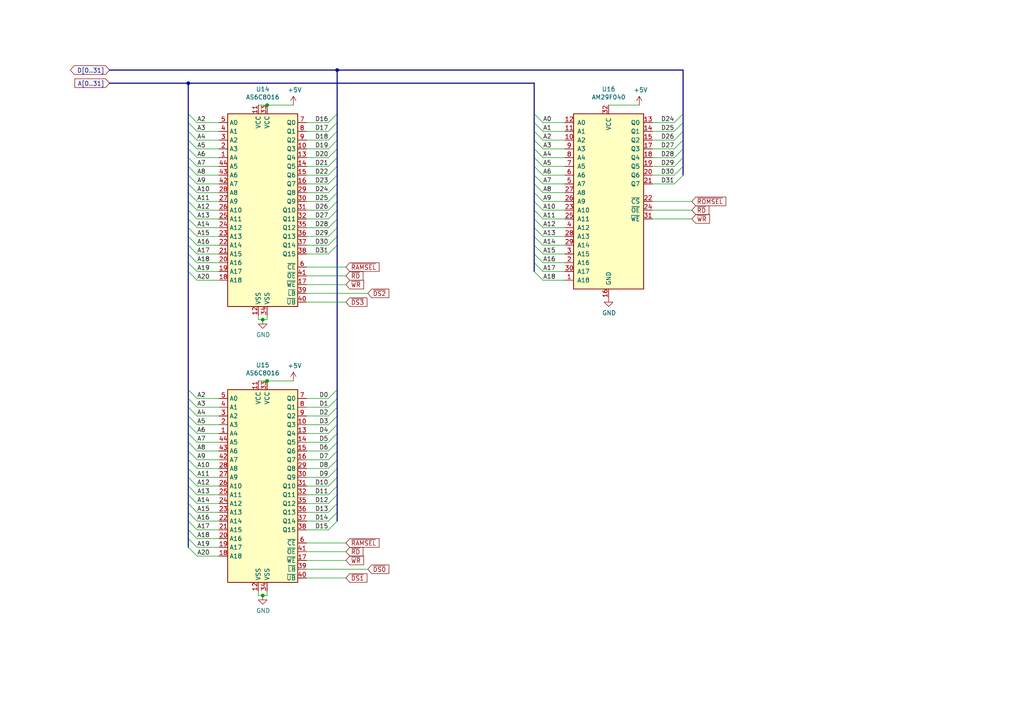
<source format=kicad_sch>
(kicad_sch (version 20231120) (generator "eeschema") (generator_version "8.0")
  (paper "A4")
  (title_block (title "k30 SBC") (rev "2"))
  (lib_symbols
    (symbol "Computie_Memory:AM29F040" (pin_names (offset 1.016))
      (property "Reference" "U" (at 0 0 0))
      (property "Value" "AM29F040" (at 0 2.54 0))
      (symbol "AM29F040_1_1"
        (rectangle (start -10.16 22.86) (end 10.16 -27.94) (stroke (width 0.254)) (fill (type background)))
        (pin input line (at -12.7 -25.4 0) (length 2.54) (name "A18") (number "1"))
        (pin input line (at -12.7 15.24 0) (length 2.54) (name "A2") (number "10"))
        (pin input line (at -12.7 17.78 0) (length 2.54) (name "A1") (number "11"))
        (pin input line (at -12.7 20.32 0) (length 2.54) (name "A0") (number "12"))
        (pin tri_state line (at 12.7 20.32 180) (length 2.54) (name "Q0") (number "13"))
        (pin tri_state line (at 12.7 17.78 180) (length 2.54) (name "Q1") (number "14"))
        (pin tri_state line (at 12.7 15.24 180) (length 2.54) (name "Q2") (number "15"))
        (pin power_in line (at 0 -30.48 90) (length 2.54) (name "GND") (number "16"))
        (pin tri_state line (at 12.7 12.7 180) (length 2.54) (name "Q3") (number "17"))
        (pin tri_state line (at 12.7 10.16 180) (length 2.54) (name "Q4") (number "18"))
        (pin tri_state line (at 12.7 7.62 180) (length 2.54) (name "Q5") (number "19"))
        (pin input line (at -12.7 -20.32 0) (length 2.54) (name "A16") (number "2"))
        (pin tri_state line (at 12.7 5.08 180) (length 2.54) (name "Q6") (number "20"))
        (pin tri_state line (at 12.7 2.54 180) (length 2.54) (name "Q7") (number "21"))
        (pin input line (at 12.7 -2.54 180) (length 2.54) (name "~{CS}") (number "22"))
        (pin input line (at -12.7 -5.08 0) (length 2.54) (name "A10") (number "23"))
        (pin input line (at 12.7 -5.08 180) (length 2.54) (name "~{OE}") (number "24"))
        (pin input line (at -12.7 -7.62 0) (length 2.54) (name "A11") (number "25"))
        (pin input line (at -12.7 -2.54 0) (length 2.54) (name "A9") (number "26"))
        (pin input line (at -12.7 0 0) (length 2.54) (name "A8") (number "27"))
        (pin input line (at -12.7 -12.7 0) (length 2.54) (name "A13") (number "28"))
        (pin input line (at -12.7 -15.24 0) (length 2.54) (name "A14") (number "29"))
        (pin input line (at -12.7 -17.78 0) (length 2.54) (name "A15") (number "3"))
        (pin input line (at -12.7 -22.86 0) (length 2.54) (name "A17") (number "30"))
        (pin input line (at 12.7 -7.62 180) (length 2.54) (name "~{WE}") (number "31"))
        (pin power_in line (at 0 25.4 270) (length 2.54) (name "VCC") (number "32"))
        (pin input line (at -12.7 -10.16 0) (length 2.54) (name "A12") (number "4"))
        (pin input line (at -12.7 2.54 0) (length 2.54) (name "A7") (number "5"))
        (pin input line (at -12.7 5.08 0) (length 2.54) (name "A6") (number "6"))
        (pin input line (at -12.7 7.62 0) (length 2.54) (name "A5") (number "7"))
        (pin input line (at -12.7 10.16 0) (length 2.54) (name "A4") (number "8"))
        (pin input line (at -12.7 12.7 0) (length 2.54) (name "A3") (number "9"))
      )
    )
    (symbol "Computie_Memory:AS6C8016"
      (property "Reference" "U" (at 0 -1.27 0))
      (property "Value" "AS6C8016" (at 0 1.27 0))
      (symbol "AS6C8016_0_0"
        (pin power_in line (at -1.27 27.94 270) (length 2.54) (name "VCC") (number "11"))
        (pin power_in line (at -1.27 -33.02 90) (length 2.54) (name "VSS") (number "12"))
        (pin power_in line (at 1.27 27.94 270) (length 2.54) (name "VCC") (number "33"))
        (pin power_in line (at 1.27 -33.02 90) (length 2.54) (name "VSS") (number "34"))
      )
      (symbol "AS6C8016_0_1"
        (rectangle (start -10.16 25.4) (end 10.16 -30.48) (stroke (width 0.254)) (fill (type background)))
      )
      (symbol "AS6C8016_1_1"
        (pin input line (at -12.7 12.7 0) (length 2.54) (name "A4") (number "1"))
        (pin tri_state line (at 12.7 15.24 180) (length 2.54) (name "Q3") (number "10"))
        (pin tri_state line (at 12.7 12.7 180) (length 2.54) (name "Q4") (number "13"))
        (pin tri_state line (at 12.7 10.16 180) (length 2.54) (name "Q5") (number "14"))
        (pin tri_state line (at 12.7 7.62 180) (length 2.54) (name "Q6") (number "15"))
        (pin tri_state line (at 12.7 5.08 180) (length 2.54) (name "Q7") (number "16"))
        (pin input line (at 12.7 -24.13 180) (length 2.54) (name "~{WE}") (number "17"))
        (pin input line (at -12.7 -22.86 0) (length 2.54) (name "A18") (number "18"))
        (pin input line (at -12.7 -20.32 0) (length 2.54) (name "A17") (number "19"))
        (pin input line (at -12.7 15.24 0) (length 2.54) (name "A3") (number "2"))
        (pin input line (at -12.7 -17.78 0) (length 2.54) (name "A16") (number "20"))
        (pin input line (at -12.7 -15.24 0) (length 2.54) (name "A15") (number "21"))
        (pin input line (at -12.7 -12.7 0) (length 2.54) (name "A14") (number "22"))
        (pin input line (at -12.7 -10.16 0) (length 2.54) (name "A13") (number "23"))
        (pin input line (at -12.7 -7.62 0) (length 2.54) (name "A12") (number "24"))
        (pin input line (at -12.7 -5.08 0) (length 2.54) (name "A11") (number "25"))
        (pin input line (at -12.7 -2.54 0) (length 2.54) (name "A10") (number "26"))
        (pin input line (at -12.7 0 0) (length 2.54) (name "A9") (number "27"))
        (pin input line (at -12.7 2.54 0) (length 2.54) (name "A8") (number "28"))
        (pin tri_state line (at 12.7 2.54 180) (length 2.54) (name "Q8") (number "29"))
        (pin input line (at -12.7 17.78 0) (length 2.54) (name "A2") (number "3"))
        (pin tri_state line (at 12.7 0 180) (length 2.54) (name "Q9") (number "30"))
        (pin tri_state line (at 12.7 -2.54 180) (length 2.54) (name "Q10") (number "31"))
        (pin tri_state line (at 12.7 -5.08 180) (length 2.54) (name "Q11") (number "32"))
        (pin tri_state line (at 12.7 -7.62 180) (length 2.54) (name "Q12") (number "35"))
        (pin tri_state line (at 12.7 -10.16 180) (length 2.54) (name "Q13") (number "36"))
        (pin tri_state line (at 12.7 -12.7 180) (length 2.54) (name "Q14") (number "37"))
        (pin tri_state line (at 12.7 -15.24 180) (length 2.54) (name "Q15") (number "38"))
        (pin input line (at 12.7 -26.67 180) (length 2.54) (name "~{LB}") (number "39"))
        (pin input line (at -12.7 20.32 0) (length 2.54) (name "A1") (number "4"))
        (pin input line (at 12.7 -29.21 180) (length 2.54) (name "~{UB}") (number "40"))
        (pin input line (at 12.7 -21.59 180) (length 2.54) (name "~{OE}") (number "41"))
        (pin input line (at -12.7 5.08 0) (length 2.54) (name "A7") (number "42"))
        (pin input line (at -12.7 7.62 0) (length 2.54) (name "A6") (number "43"))
        (pin input line (at -12.7 10.16 0) (length 2.54) (name "A5") (number "44"))
        (pin input line (at -12.7 22.86 0) (length 2.54) (name "A0") (number "5"))
        (pin input line (at 12.7 -19.05 180) (length 2.54) (name "~{CE}") (number "6"))
        (pin tri_state line (at 12.7 22.86 180) (length 2.54) (name "Q0") (number "7"))
        (pin tri_state line (at 12.7 20.32 180) (length 2.54) (name "Q1") (number "8"))
        (pin tri_state line (at 12.7 17.78 180) (length 2.54) (name "Q2") (number "9"))
      )
    )
    (symbol "power:+5V" (power) (pin_names (offset 0))
      (property "Value" "+5V" (at 0 3.556 0))
      (symbol "+5V_0_1"
        (polyline (pts (xy -0.762 1.27) (xy 0 2.54)))
        (polyline (pts (xy 0 0) (xy 0 2.54)))
        (polyline (pts (xy 0 2.54) (xy 0.762 1.27)))
      )
      (symbol "+5V_1_1"
        (pin power_in line (at 0 0 90) (length 0) hide (name "+5V") (number "1"))
      )
    )
    (symbol "power:GND" (power) (pin_names (offset 0))
      (property "Value" "GND" (at 0 -3.81 0))
      (symbol "GND_0_1"
        (polyline (pts (xy 0 0) (xy 0 -1.27) (xy 1.27 -1.27) (xy 0 -2.54) (xy -1.27 -1.27) (xy 0 -1.27)))
      )
      (symbol "GND_1_1"
        (pin power_in line (at 0 0 270) (length 0) hide (name "GND") (number "1"))
      )
    )
  )
  (junction (at 77.47 110.49))
  (junction (at 54.61 24.13))
  (junction (at 97.79 20.32))
  (junction (at 76.2 92.71))
  (junction (at 76.2 172.72))
  (junction (at 77.47 30.48))
  (bus_entry (at 54.61 43.18) (size 2.54 2.54))
  (bus_entry (at 195.58 40.64) (size 2.54 -2.54))
  (bus_entry (at 154.94 60.96) (size 2.54 2.54))
  (bus_entry (at 95.25 48.26) (size 2.54 -2.54))
  (bus_entry (at 154.94 33.02) (size 2.54 2.54))
  (bus_entry (at 54.61 148.59) (size 2.54 2.54))
  (bus_entry (at 95.25 38.1) (size 2.54 -2.54))
  (bus_entry (at 95.25 71.12) (size 2.54 -2.54))
  (bus_entry (at 54.61 156.21) (size 2.54 2.54))
  (bus_entry (at 154.94 55.88) (size 2.54 2.54))
  (bus_entry (at 95.25 120.65) (size 2.54 -2.54))
  (bus_entry (at 54.61 55.88) (size 2.54 2.54))
  (bus_entry (at 95.25 115.57) (size 2.54 -2.54))
  (bus_entry (at 154.94 45.72) (size 2.54 2.54))
  (bus_entry (at 195.58 45.72) (size 2.54 -2.54))
  (bus_entry (at 95.25 66.04) (size 2.54 -2.54))
  (bus_entry (at 95.25 143.51) (size 2.54 -2.54))
  (bus_entry (at 54.61 158.75) (size 2.54 2.54))
  (bus_entry (at 54.61 120.65) (size 2.54 2.54))
  (bus_entry (at 154.94 38.1) (size 2.54 2.54))
  (bus_entry (at 54.61 128.27) (size 2.54 2.54))
  (bus_entry (at 54.61 45.72) (size 2.54 2.54))
  (bus_entry (at 54.61 140.97) (size 2.54 2.54))
  (bus_entry (at 54.61 40.64) (size 2.54 2.54))
  (bus_entry (at 95.25 63.5) (size 2.54 -2.54))
  (bus_entry (at 154.94 66.04) (size 2.54 2.54))
  (bus_entry (at 154.94 53.34) (size 2.54 2.54))
  (bus_entry (at 54.61 76.2) (size 2.54 2.54))
  (bus_entry (at 54.61 63.5) (size 2.54 2.54))
  (bus_entry (at 95.25 73.66) (size 2.54 -2.54))
  (bus_entry (at 54.61 53.34) (size 2.54 2.54))
  (bus_entry (at 95.25 123.19) (size 2.54 -2.54))
  (bus_entry (at 195.58 48.26) (size 2.54 -2.54))
  (bus_entry (at 95.25 58.42) (size 2.54 -2.54))
  (bus_entry (at 95.25 146.05) (size 2.54 -2.54))
  (bus_entry (at 54.61 153.67) (size 2.54 2.54))
  (bus_entry (at 154.94 76.2) (size 2.54 2.54))
  (bus_entry (at 95.25 125.73) (size 2.54 -2.54))
  (bus_entry (at 95.25 133.35) (size 2.54 -2.54))
  (bus_entry (at 54.61 118.11) (size 2.54 2.54))
  (bus_entry (at 154.94 71.12) (size 2.54 2.54))
  (bus_entry (at 54.61 151.13) (size 2.54 2.54))
  (bus_entry (at 54.61 73.66) (size 2.54 2.54))
  (bus_entry (at 54.61 60.96) (size 2.54 2.54))
  (bus_entry (at 95.25 45.72) (size 2.54 -2.54))
  (bus_entry (at 54.61 113.03) (size 2.54 2.54))
  (bus_entry (at 95.25 40.64) (size 2.54 -2.54))
  (bus_entry (at 154.94 68.58) (size 2.54 2.54))
  (bus_entry (at 54.61 38.1) (size 2.54 2.54))
  (bus_entry (at 95.25 130.81) (size 2.54 -2.54))
  (bus_entry (at 95.25 35.56) (size 2.54 -2.54))
  (bus_entry (at 154.94 58.42) (size 2.54 2.54))
  (bus_entry (at 54.61 35.56) (size 2.54 2.54))
  (bus_entry (at 54.61 78.74) (size 2.54 2.54))
  (bus_entry (at 54.61 33.02) (size 2.54 2.54))
  (bus_entry (at 54.61 123.19) (size 2.54 2.54))
  (bus_entry (at 154.94 73.66) (size 2.54 2.54))
  (bus_entry (at 95.25 140.97) (size 2.54 -2.54))
  (bus_entry (at 54.61 135.89) (size 2.54 2.54))
  (bus_entry (at 154.94 40.64) (size 2.54 2.54))
  (bus_entry (at 154.94 50.8) (size 2.54 2.54))
  (bus_entry (at 54.61 66.04) (size 2.54 2.54))
  (bus_entry (at 154.94 63.5) (size 2.54 2.54))
  (bus_entry (at 95.25 151.13) (size 2.54 -2.54))
  (bus_entry (at 54.61 146.05) (size 2.54 2.54))
  (bus_entry (at 54.61 133.35) (size 2.54 2.54))
  (bus_entry (at 54.61 58.42) (size 2.54 2.54))
  (bus_entry (at 54.61 143.51) (size 2.54 2.54))
  (bus_entry (at 54.61 115.57) (size 2.54 2.54))
  (bus_entry (at 195.58 35.56) (size 2.54 -2.54))
  (bus_entry (at 95.25 60.96) (size 2.54 -2.54))
  (bus_entry (at 54.61 130.81) (size 2.54 2.54))
  (bus_entry (at 95.25 53.34) (size 2.54 -2.54))
  (bus_entry (at 95.25 153.67) (size 2.54 -2.54))
  (bus_entry (at 95.25 43.18) (size 2.54 -2.54))
  (bus_entry (at 195.58 38.1) (size 2.54 -2.54))
  (bus_entry (at 195.58 53.34) (size 2.54 -2.54))
  (bus_entry (at 95.25 118.11) (size 2.54 -2.54))
  (bus_entry (at 95.25 68.58) (size 2.54 -2.54))
  (bus_entry (at 95.25 55.88) (size 2.54 -2.54))
  (bus_entry (at 154.94 78.74) (size 2.54 2.54))
  (bus_entry (at 54.61 125.73) (size 2.54 2.54))
  (bus_entry (at 95.25 128.27) (size 2.54 -2.54))
  (bus_entry (at 195.58 43.18) (size 2.54 -2.54))
  (bus_entry (at 154.94 48.26) (size 2.54 2.54))
  (bus_entry (at 54.61 68.58) (size 2.54 2.54))
  (bus_entry (at 154.94 43.18) (size 2.54 2.54))
  (bus_entry (at 95.25 50.8) (size 2.54 -2.54))
  (bus_entry (at 54.61 50.8) (size 2.54 2.54))
  (bus_entry (at 95.25 138.43) (size 2.54 -2.54))
  (bus_entry (at 195.58 50.8) (size 2.54 -2.54))
  (bus_entry (at 95.25 148.59) (size 2.54 -2.54))
  (bus_entry (at 95.25 135.89) (size 2.54 -2.54))
  (bus_entry (at 54.61 71.12) (size 2.54 2.54))
  (bus_entry (at 154.94 35.56) (size 2.54 2.54))
  (bus_entry (at 54.61 48.26) (size 2.54 2.54))
  (bus_entry (at 54.61 138.43) (size 2.54 2.54))
  (bus (pts (xy 54.61 115.57) (xy 54.61 118.11)))
  (wire (pts (xy 88.9 135.89) (xy 95.25 135.89)))
  (bus (pts (xy 97.79 20.32) (xy 97.79 33.02)))
  (wire (pts (xy 88.9 157.48) (xy 100.33 157.48)))
  (wire (pts (xy 57.15 158.75) (xy 63.5 158.75)))
  (wire (pts (xy 57.15 148.59) (xy 63.5 148.59)))
  (bus (pts (xy 97.79 66.04) (xy 97.79 68.58)))
  (bus (pts (xy 97.79 146.05) (xy 97.79 148.59)))
  (wire (pts (xy 88.9 160.02) (xy 100.33 160.02)))
  (wire (pts (xy 157.48 78.74) (xy 163.83 78.74)))
  (bus (pts (xy 154.94 58.42) (xy 154.94 60.96)))
  (bus (pts (xy 54.61 120.65) (xy 54.61 123.19)))
  (wire (pts (xy 57.15 135.89) (xy 63.5 135.89)))
  (wire (pts (xy 88.9 118.11) (xy 95.25 118.11)))
  (bus (pts (xy 54.61 58.42) (xy 54.61 60.96)))
  (bus (pts (xy 154.94 73.66) (xy 154.94 76.2)))
  (bus (pts (xy 198.12 33.02) (xy 198.12 35.56)))
  (wire (pts (xy 157.48 76.2) (xy 163.83 76.2)))
  (wire (pts (xy 57.15 38.1) (xy 63.5 38.1)))
  (bus (pts (xy 97.79 118.11) (xy 97.79 120.65)))
  (wire (pts (xy 88.9 68.58) (xy 95.25 68.58)))
  (wire (pts (xy 88.9 125.73) (xy 95.25 125.73)))
  (wire (pts (xy 57.15 161.29) (xy 63.5 161.29)))
  (bus (pts (xy 97.79 48.26) (xy 97.79 50.8)))
  (wire (pts (xy 88.9 73.66) (xy 95.25 73.66)))
  (wire (pts (xy 57.15 140.97) (xy 63.5 140.97)))
  (bus (pts (xy 154.94 35.56) (xy 154.94 38.1)))
  (wire (pts (xy 88.9 80.01) (xy 100.33 80.01)))
  (bus (pts (xy 54.61 140.97) (xy 54.61 143.51)))
  (wire (pts (xy 157.48 73.66) (xy 163.83 73.66)))
  (bus (pts (xy 154.94 24.13) (xy 154.94 33.02)))
  (wire (pts (xy 57.15 45.72) (xy 63.5 45.72)))
  (wire (pts (xy 157.48 81.28) (xy 163.83 81.28)))
  (bus (pts (xy 97.79 125.73) (xy 97.79 128.27)))
  (bus (pts (xy 54.61 33.02) (xy 54.61 35.56)))
  (bus (pts (xy 198.12 48.26) (xy 198.12 50.8)))
  (wire (pts (xy 88.9 162.56) (xy 100.33 162.56)))
  (bus (pts (xy 54.61 24.13) (xy 54.61 33.02)))
  (wire (pts (xy 88.9 146.05) (xy 95.25 146.05)))
  (wire (pts (xy 176.53 30.48) (xy 185.42 30.48)))
  (wire (pts (xy 157.48 60.96) (xy 163.83 60.96)))
  (wire (pts (xy 88.9 40.64) (xy 95.25 40.64)))
  (bus (pts (xy 54.61 60.96) (xy 54.61 63.5)))
  (bus (pts (xy 97.79 35.56) (xy 97.79 38.1)))
  (bus (pts (xy 54.61 148.59) (xy 54.61 151.13)))
  (bus (pts (xy 97.79 33.02) (xy 97.79 35.56)))
  (bus (pts (xy 97.79 40.64) (xy 97.79 43.18)))
  (wire (pts (xy 57.15 123.19) (xy 63.5 123.19)))
  (bus (pts (xy 54.61 113.03) (xy 54.61 115.57)))
  (bus (pts (xy 198.12 38.1) (xy 198.12 40.64)))
  (bus (pts (xy 54.61 43.18) (xy 54.61 45.72)))
  (wire (pts (xy 74.93 30.48) (xy 77.47 30.48)))
  (bus (pts (xy 97.79 113.03) (xy 97.79 115.57)))
  (bus (pts (xy 54.61 63.5) (xy 54.61 66.04)))
  (wire (pts (xy 74.93 92.71) (xy 76.2 92.71)))
  (bus (pts (xy 154.94 76.2) (xy 154.94 78.74)))
  (wire (pts (xy 88.9 165.1) (xy 106.68 165.1)))
  (bus (pts (xy 54.61 50.8) (xy 54.61 53.34)))
  (wire (pts (xy 157.48 66.04) (xy 163.83 66.04)))
  (wire (pts (xy 88.9 128.27) (xy 95.25 128.27)))
  (wire (pts (xy 189.23 60.96) (xy 200.66 60.96)))
  (bus (pts (xy 154.94 50.8) (xy 154.94 53.34)))
  (wire (pts (xy 157.48 53.34) (xy 163.83 53.34)))
  (bus (pts (xy 54.61 45.72) (xy 54.61 48.26)))
  (wire (pts (xy 57.15 156.21) (xy 63.5 156.21)))
  (bus (pts (xy 97.79 63.5) (xy 97.79 66.04)))
  (wire (pts (xy 76.2 92.71) (xy 77.47 92.71)))
  (bus (pts (xy 54.61 66.04) (xy 54.61 68.58)))
  (bus (pts (xy 154.94 66.04) (xy 154.94 68.58)))
  (wire (pts (xy 57.15 120.65) (xy 63.5 120.65)))
  (wire (pts (xy 88.9 151.13) (xy 95.25 151.13)))
  (wire (pts (xy 77.47 92.71) (xy 77.47 91.44)))
  (bus (pts (xy 154.94 38.1) (xy 154.94 40.64)))
  (wire (pts (xy 88.9 167.64) (xy 100.33 167.64)))
  (bus (pts (xy 54.61 24.13) (xy 31.75 24.13)))
  (bus (pts (xy 54.61 128.27) (xy 54.61 130.81)))
  (wire (pts (xy 189.23 48.26) (xy 195.58 48.26)))
  (bus (pts (xy 54.61 38.1) (xy 54.61 40.64)))
  (wire (pts (xy 88.9 85.09) (xy 106.68 85.09)))
  (bus (pts (xy 97.79 55.88) (xy 97.79 58.42)))
  (wire (pts (xy 88.9 66.04) (xy 95.25 66.04)))
  (bus (pts (xy 97.79 71.12) (xy 97.79 113.03)))
  (bus (pts (xy 54.61 151.13) (xy 54.61 153.67)))
  (wire (pts (xy 88.9 71.12) (xy 95.25 71.12)))
  (bus (pts (xy 54.61 133.35) (xy 54.61 135.89)))
  (wire (pts (xy 88.9 82.55) (xy 100.33 82.55)))
  (bus (pts (xy 54.61 125.73) (xy 54.61 128.27)))
  (wire (pts (xy 57.15 81.28) (xy 63.5 81.28)))
  (wire (pts (xy 189.23 50.8) (xy 195.58 50.8)))
  (wire (pts (xy 157.48 35.56) (xy 163.83 35.56)))
  (wire (pts (xy 88.9 43.18) (xy 95.25 43.18)))
  (wire (pts (xy 57.15 66.04) (xy 63.5 66.04)))
  (wire (pts (xy 88.9 53.34) (xy 95.25 53.34)))
  (bus (pts (xy 97.79 140.97) (xy 97.79 143.51)))
  (bus (pts (xy 97.79 38.1) (xy 97.79 40.64)))
  (wire (pts (xy 57.15 151.13) (xy 63.5 151.13)))
  (bus (pts (xy 154.94 33.02) (xy 154.94 35.56)))
  (wire (pts (xy 57.15 78.74) (xy 63.5 78.74)))
  (bus (pts (xy 154.94 53.34) (xy 154.94 55.88)))
  (bus (pts (xy 54.61 35.56) (xy 54.61 38.1)))
  (wire (pts (xy 88.9 115.57) (xy 95.25 115.57)))
  (wire (pts (xy 74.93 171.45) (xy 74.93 172.72)))
  (wire (pts (xy 57.15 143.51) (xy 63.5 143.51)))
  (bus (pts (xy 97.79 143.51) (xy 97.79 146.05)))
  (wire (pts (xy 57.15 55.88) (xy 63.5 55.88)))
  (wire (pts (xy 88.9 63.5) (xy 95.25 63.5)))
  (bus (pts (xy 97.79 148.59) (xy 97.79 151.13)))
  (wire (pts (xy 88.9 48.26) (xy 95.25 48.26)))
  (wire (pts (xy 157.48 43.18) (xy 163.83 43.18)))
  (bus (pts (xy 97.79 50.8) (xy 97.79 53.34)))
  (bus (pts (xy 97.79 53.34) (xy 97.79 55.88)))
  (bus (pts (xy 54.61 40.64) (xy 54.61 43.18)))
  (wire (pts (xy 77.47 110.49) (xy 85.09 110.49)))
  (bus (pts (xy 198.12 40.64) (xy 198.12 43.18)))
  (wire (pts (xy 157.48 50.8) (xy 163.83 50.8)))
  (wire (pts (xy 88.9 138.43) (xy 95.25 138.43)))
  (wire (pts (xy 74.93 110.49) (xy 77.47 110.49)))
  (wire (pts (xy 57.15 60.96) (xy 63.5 60.96)))
  (wire (pts (xy 77.47 30.48) (xy 85.09 30.48)))
  (bus (pts (xy 54.61 153.67) (xy 54.61 156.21)))
  (bus (pts (xy 154.94 24.13) (xy 54.61 24.13)))
  (wire (pts (xy 88.9 58.42) (xy 95.25 58.42)))
  (bus (pts (xy 97.79 120.65) (xy 97.79 123.19)))
  (bus (pts (xy 54.61 123.19) (xy 54.61 125.73)))
  (bus (pts (xy 54.61 138.43) (xy 54.61 140.97)))
  (bus (pts (xy 97.79 133.35) (xy 97.79 135.89)))
  (wire (pts (xy 88.9 50.8) (xy 95.25 50.8)))
  (bus (pts (xy 154.94 40.64) (xy 154.94 43.18)))
  (bus (pts (xy 54.61 118.11) (xy 54.61 120.65)))
  (wire (pts (xy 157.48 55.88) (xy 163.83 55.88)))
  (bus (pts (xy 154.94 55.88) (xy 154.94 58.42)))
  (wire (pts (xy 88.9 60.96) (xy 95.25 60.96)))
  (wire (pts (xy 57.15 63.5) (xy 63.5 63.5)))
  (wire (pts (xy 57.15 138.43) (xy 63.5 138.43)))
  (bus (pts (xy 97.79 123.19) (xy 97.79 125.73)))
  (wire (pts (xy 57.15 43.18) (xy 63.5 43.18)))
  (wire (pts (xy 157.48 48.26) (xy 163.83 48.26)))
  (bus (pts (xy 54.61 71.12) (xy 54.61 73.66)))
  (wire (pts (xy 88.9 143.51) (xy 95.25 143.51)))
  (wire (pts (xy 189.23 35.56) (xy 195.58 35.56)))
  (wire (pts (xy 57.15 71.12) (xy 63.5 71.12)))
  (wire (pts (xy 57.15 35.56) (xy 63.5 35.56)))
  (bus (pts (xy 97.79 58.42) (xy 97.79 60.96)))
  (bus (pts (xy 54.61 130.81) (xy 54.61 133.35)))
  (wire (pts (xy 157.48 38.1) (xy 163.83 38.1)))
  (wire (pts (xy 88.9 38.1) (xy 95.25 38.1)))
  (wire (pts (xy 57.15 125.73) (xy 63.5 125.73)))
  (bus (pts (xy 198.12 45.72) (xy 198.12 48.26)))
  (bus (pts (xy 198.12 43.18) (xy 198.12 45.72)))
  (bus (pts (xy 54.61 146.05) (xy 54.61 148.59)))
  (bus (pts (xy 54.61 76.2) (xy 54.61 78.74)))
  (wire (pts (xy 57.15 76.2) (xy 63.5 76.2)))
  (wire (pts (xy 76.2 172.72) (xy 77.47 172.72)))
  (wire (pts (xy 57.15 128.27) (xy 63.5 128.27)))
  (wire (pts (xy 57.15 58.42) (xy 63.5 58.42)))
  (bus (pts (xy 54.61 143.51) (xy 54.61 146.05)))
  (wire (pts (xy 57.15 146.05) (xy 63.5 146.05)))
  (bus (pts (xy 54.61 53.34) (xy 54.61 55.88)))
  (bus (pts (xy 154.94 43.18) (xy 154.94 45.72)))
  (wire (pts (xy 189.23 45.72) (xy 195.58 45.72)))
  (bus (pts (xy 97.79 128.27) (xy 97.79 130.81)))
  (bus (pts (xy 97.79 43.18) (xy 97.79 45.72)))
  (bus (pts (xy 97.79 115.57) (xy 97.79 118.11)))
  (wire (pts (xy 77.47 172.72) (xy 77.47 171.45)))
  (wire (pts (xy 189.23 43.18) (xy 195.58 43.18)))
  (wire (pts (xy 57.15 133.35) (xy 63.5 133.35)))
  (wire (pts (xy 57.15 115.57) (xy 63.5 115.57)))
  (wire (pts (xy 88.9 153.67) (xy 95.25 153.67)))
  (wire (pts (xy 189.23 53.34) (xy 195.58 53.34)))
  (wire (pts (xy 88.9 123.19) (xy 95.25 123.19)))
  (bus (pts (xy 154.94 71.12) (xy 154.94 73.66)))
  (bus (pts (xy 198.12 35.56) (xy 198.12 38.1)))
  (bus (pts (xy 97.79 138.43) (xy 97.79 140.97)))
  (bus (pts (xy 54.61 156.21) (xy 54.61 158.75)))
  (wire (pts (xy 157.48 45.72) (xy 163.83 45.72)))
  (bus (pts (xy 97.79 60.96) (xy 97.79 63.5)))
  (wire (pts (xy 74.93 172.72) (xy 76.2 172.72)))
  (wire (pts (xy 57.15 68.58) (xy 63.5 68.58)))
  (wire (pts (xy 88.9 45.72) (xy 95.25 45.72)))
  (wire (pts (xy 189.23 38.1) (xy 195.58 38.1)))
  (wire (pts (xy 88.9 130.81) (xy 95.25 130.81)))
  (bus (pts (xy 54.61 68.58) (xy 54.61 71.12)))
  (wire (pts (xy 88.9 55.88) (xy 95.25 55.88)))
  (wire (pts (xy 157.48 58.42) (xy 163.83 58.42)))
  (wire (pts (xy 157.48 68.58) (xy 163.83 68.58)))
  (wire (pts (xy 57.15 130.81) (xy 63.5 130.81)))
  (wire (pts (xy 74.93 91.44) (xy 74.93 92.71)))
  (bus (pts (xy 97.79 135.89) (xy 97.79 138.43)))
  (bus (pts (xy 154.94 63.5) (xy 154.94 66.04)))
  (wire (pts (xy 88.9 140.97) (xy 95.25 140.97)))
  (bus (pts (xy 97.79 68.58) (xy 97.79 71.12)))
  (wire (pts (xy 57.15 40.64) (xy 63.5 40.64)))
  (wire (pts (xy 57.15 118.11) (xy 63.5 118.11)))
  (wire (pts (xy 57.15 73.66) (xy 63.5 73.66)))
  (wire (pts (xy 157.48 71.12) (xy 163.83 71.12)))
  (bus (pts (xy 154.94 45.72) (xy 154.94 48.26)))
  (bus (pts (xy 54.61 55.88) (xy 54.61 58.42)))
  (bus (pts (xy 97.79 130.81) (xy 97.79 133.35)))
  (wire (pts (xy 189.23 40.64) (xy 195.58 40.64)))
  (wire (pts (xy 88.9 35.56) (xy 95.25 35.56)))
  (wire (pts (xy 157.48 63.5) (xy 163.83 63.5)))
  (bus (pts (xy 97.79 20.32) (xy 31.75 20.32)))
  (wire (pts (xy 57.15 153.67) (xy 63.5 153.67)))
  (wire (pts (xy 157.48 40.64) (xy 163.83 40.64)))
  (wire (pts (xy 88.9 87.63) (xy 100.33 87.63)))
  (bus (pts (xy 97.79 45.72) (xy 97.79 48.26)))
  (wire (pts (xy 88.9 77.47) (xy 100.33 77.47)))
  (wire (pts (xy 88.9 120.65) (xy 95.25 120.65)))
  (wire (pts (xy 88.9 148.59) (xy 95.25 148.59)))
  (bus (pts (xy 154.94 60.96) (xy 154.94 63.5)))
  (bus (pts (xy 154.94 68.58) (xy 154.94 71.12)))
  (bus (pts (xy 54.61 78.74) (xy 54.61 113.03)))
  (wire (pts (xy 57.15 48.26) (xy 63.5 48.26)))
  (bus (pts (xy 198.12 20.32) (xy 97.79 20.32)))
  (wire (pts (xy 57.15 53.34) (xy 63.5 53.34)))
  (bus (pts (xy 54.61 48.26) (xy 54.61 50.8)))
  (bus (pts (xy 54.61 135.89) (xy 54.61 138.43)))
  (bus (pts (xy 198.12 20.32) (xy 198.12 33.02)))
  (bus (pts (xy 154.94 48.26) (xy 154.94 50.8)))
  (bus (pts (xy 54.61 73.66) (xy 54.61 76.2)))
  (wire (pts (xy 57.15 50.8) (xy 63.5 50.8)))
  (wire (pts (xy 88.9 133.35) (xy 95.25 133.35)))
  (wire (pts (xy 189.23 63.5) (xy 200.66 63.5)))
  (wire (pts (xy 189.23 58.42) (xy 200.66 58.42)))
  (label "D10" (at 95.25 140.97 180))
  (label "A5" (at 157.48 48.26 0))
  (label "A5" (at 57.15 123.19 0))
  (label "A8" (at 57.15 50.8 0))
  (label "A18" (at 57.15 76.2 0))
  (label "A10" (at 57.15 55.88 0))
  (label "A17" (at 157.48 78.74 0))
  (label "D24" (at 95.25 55.88 180))
  (label "D5" (at 95.25 128.27 180))
  (label "A20" (at 57.15 161.29 0))
  (label "D4" (at 95.25 125.73 180))
  (label "A7" (at 157.48 53.34 0))
  (label "A3" (at 57.15 38.1 0))
  (label "D6" (at 95.25 130.81 180))
  (label "D13" (at 95.25 148.59 180))
  (label "D25" (at 195.58 38.1 180))
  (label "A14" (at 57.15 66.04 0))
  (label "A3" (at 57.15 118.11 0))
  (label "D7" (at 95.25 133.35 180))
  (label "D9" (at 95.25 138.43 180))
  (label "D22" (at 95.25 50.8 180))
  (label "A11" (at 57.15 58.42 0))
  (label "D24" (at 195.58 35.56 180))
  (label "A1" (at 157.48 38.1 0))
  (label "D15" (at 95.25 153.67 180))
  (label "A15" (at 57.15 148.59 0))
  (label "A2" (at 57.15 35.56 0))
  (label "D17" (at 95.25 38.1 180))
  (label "A16" (at 157.48 76.2 0))
  (label "A15" (at 157.48 73.66 0))
  (label "D31" (at 95.25 73.66 180))
  (label "A15" (at 57.15 68.58 0))
  (label "D3" (at 95.25 123.19 180))
  (label "A2" (at 157.48 40.64 0))
  (label "A11" (at 157.48 63.5 0))
  (label "A11" (at 57.15 138.43 0))
  (label "A14" (at 57.15 146.05 0))
  (label "A12" (at 57.15 140.97 0))
  (label "A17" (at 57.15 73.66 0))
  (label "D29" (at 95.25 68.58 180))
  (label "A0" (at 157.48 35.56 0))
  (label "D27" (at 195.58 43.18 180))
  (label "A10" (at 57.15 135.89 0))
  (label "D28" (at 195.58 45.72 180))
  (label "A14" (at 157.48 71.12 0))
  (label "D0" (at 95.25 115.57 180))
  (label "D21" (at 95.25 48.26 180))
  (label "A7" (at 57.15 48.26 0))
  (label "D8" (at 95.25 135.89 180))
  (label "A13" (at 157.48 68.58 0))
  (label "A12" (at 157.48 66.04 0))
  (label "D28" (at 95.25 66.04 180))
  (label "A4" (at 57.15 40.64 0))
  (label "A8" (at 57.15 130.81 0))
  (label "D31" (at 195.58 53.34 180))
  (label "D18" (at 95.25 40.64 180))
  (label "A7" (at 57.15 128.27 0))
  (label "D14" (at 95.25 151.13 180))
  (label "D11" (at 95.25 143.51 180))
  (label "A18" (at 157.48 81.28 0))
  (label "A10" (at 157.48 60.96 0))
  (label "D2" (at 95.25 120.65 180))
  (label "A4" (at 157.48 45.72 0))
  (label "A9" (at 57.15 53.34 0))
  (label "D23" (at 95.25 53.34 180))
  (label "D26" (at 195.58 40.64 180))
  (label "A20" (at 57.15 81.28 0))
  (label "D1" (at 95.25 118.11 180))
  (label "A13" (at 57.15 63.5 0))
  (label "A16" (at 57.15 151.13 0))
  (label "A19" (at 57.15 78.74 0))
  (label "D16" (at 95.25 35.56 180))
  (label "D20" (at 95.25 45.72 180))
  (label "A19" (at 57.15 158.75 0))
  (label "D19" (at 95.25 43.18 180))
  (label "A3" (at 157.48 43.18 0))
  (label "A9" (at 157.48 58.42 0))
  (label "D30" (at 95.25 71.12 180))
  (label "A16" (at 57.15 71.12 0))
  (label "A6" (at 57.15 125.73 0))
  (label "A6" (at 157.48 50.8 0))
  (label "A5" (at 57.15 43.18 0))
  (label "D30" (at 195.58 50.8 180))
  (label "A4" (at 57.15 120.65 0))
  (label "A17" (at 57.15 153.67 0))
  (label "A12" (at 57.15 60.96 0))
  (label "A6" (at 57.15 45.72 0))
  (label "A8" (at 157.48 55.88 0))
  (label "A2" (at 57.15 115.57 0))
  (label "D12" (at 95.25 146.05 180))
  (label "A18" (at 57.15 156.21 0))
  (label "D26" (at 95.25 60.96 180))
  (label "A13" (at 57.15 143.51 0))
  (label "D25" (at 95.25 58.42 180))
  (label "D29" (at 195.58 48.26 180))
  (label "D27" (at 95.25 63.5 180))
  (label "A9" (at 57.15 133.35 0))
  (global_label "~{WR}" (shape input) (at 100.33 82.55 0) (property "Intersheetrefs" "${INTERSHEET_REFS}" (effects (hide yes))))
  (global_label "~{WR}" (shape input) (at 100.33 162.56 0) (property "Intersheetrefs" "${INTERSHEET_REFS}" (effects (hide yes))))
  (global_label "~{RD}" (shape input) (at 200.66 60.96 0) (property "Intersheetrefs" "${INTERSHEET_REFS}" (effects (hide yes))))
  (global_label "~{DS2}" (shape input) (at 106.68 85.09 0) (property "Intersheetrefs" "${INTERSHEET_REFS}" (effects (hide yes))))
  (global_label "~{ROMSEL}" (shape input) (at 200.66 58.42 0) (property "Intersheetrefs" "${INTERSHEET_REFS}" (effects (hide yes))))
  (global_label "~{DS0}" (shape input) (at 106.68 165.1 0) (property "Intersheetrefs" "${INTERSHEET_REFS}" (effects (hide yes))))
  (global_label "~{RAMSEL}" (shape input) (at 100.33 157.48 0) (property "Intersheetrefs" "${INTERSHEET_REFS}" (effects (hide yes))))
  (global_label "~{RD}" (shape input) (at 100.33 160.02 0) (property "Intersheetrefs" "${INTERSHEET_REFS}" (effects (hide yes))))
  (global_label "~{DS3}" (shape input) (at 100.33 87.63 0) (property "Intersheetrefs" "${INTERSHEET_REFS}" (effects (hide yes))))
  (global_label "~{RAMSEL}" (shape input) (at 100.33 77.47 0) (property "Intersheetrefs" "${INTERSHEET_REFS}" (effects (hide yes))))
  (global_label "~{DS1}" (shape input) (at 100.33 167.64 0) (property "Intersheetrefs" "${INTERSHEET_REFS}" (effects (hide yes))))
  (global_label "A[0..31]" (shape input) (at 31.75 24.13 180) (property "Intersheetrefs" "${INTERSHEET_REFS}" (effects (hide yes))))
  (global_label "D[0..31]" (shape bidirectional) (at 31.75 20.32 180) (property "Intersheetrefs" "${INTERSHEET_REFS}" (effects (hide yes))))
  (global_label "~{RD}" (shape input) (at 100.33 80.01 0) (property "Intersheetrefs" "${INTERSHEET_REFS}" (effects (hide yes))))
  (global_label "~{WR}" (shape input) (at 200.66 63.5 0) (property "Intersheetrefs" "${INTERSHEET_REFS}" (effects (hide yes))))
  (symbol (lib_id "Computie_Memory:AS6C8016") (at 76.2 58.42 0) (unit 1)
    (property "Reference" "U14" (at 76.2 25.8826 0))
    (property "Value" "AS6C8016" (at 76.2 28.194 0))
    (property "Footprint" "Package_SO:TSOP-II-44_10.16x18.41mm_P0.8mm" (effects (hide yes)))
    (property "Datasheet" "http://www.futurlec.com/Datasheet/Memory/628528.pdf" (effects (hide yes)))
  )
  (symbol (lib_id "Computie_Memory:AS6C8016") (at 76.2 138.43 0) (unit 1)
    (property "Reference" "U15" (at 76.2 105.8926 0))
    (property "Value" "AS6C8016" (at 76.2 108.204 0))
    (property "Footprint" "Package_SO:TSOP-II-44_10.16x18.41mm_P0.8mm" (effects (hide yes)))
    (property "Datasheet" "http://www.futurlec.com/Datasheet/Memory/628528.pdf" (effects (hide yes)))
  )
  (symbol (lib_id "power:+5V") (at 85.09 30.48 0) (unit 1)
    (property "Reference" "#PWR034" (effects (hide yes)))
    (property "Value" "+5V" (at 85.471 26.0858 0))
  )
  (symbol (lib_id "power:GND") (at 76.2 92.71 0) (unit 1)
    (property "Reference" "#PWR032" (effects (hide yes)))
    (property "Value" "GND" (at 76.327 97.1042 0))
  )
  (symbol (lib_id "power:GND") (at 76.2 172.72 0) (unit 1)
    (property "Reference" "#PWR033" (effects (hide yes)))
    (property "Value" "GND" (at 76.327 177.1142 0))
  )
  (symbol (lib_id "power:+5V") (at 85.09 110.49 0) (unit 1)
    (property "Reference" "#PWR035" (effects (hide yes)))
    (property "Value" "+5V" (at 85.471 106.0958 0))
  )
  (symbol (lib_id "Computie_Memory:AM29F040") (at 176.53 55.88 0) (unit 1)
    (property "Reference" "U16" (at 176.53 25.8826 0))
    (property "Value" "AM29F040" (at 176.53 28.194 0))
    (property "Footprint" "Package_LCC:PLCC-32_THT-Socket" (effects (hide yes)))
  )
  (symbol (lib_id "power:+5V") (at 185.42 30.48 0) (unit 1)
    (property "Reference" "#PWR037" (effects (hide yes)))
    (property "Value" "+5V" (at 185.801 26.0858 0))
  )
  (symbol (lib_id "power:GND") (at 176.53 86.36 0) (unit 1)
    (property "Reference" "#PWR036" (effects (hide yes)))
    (property "Value" "GND" (at 176.657 90.7542 0))
  )
)
</source>
